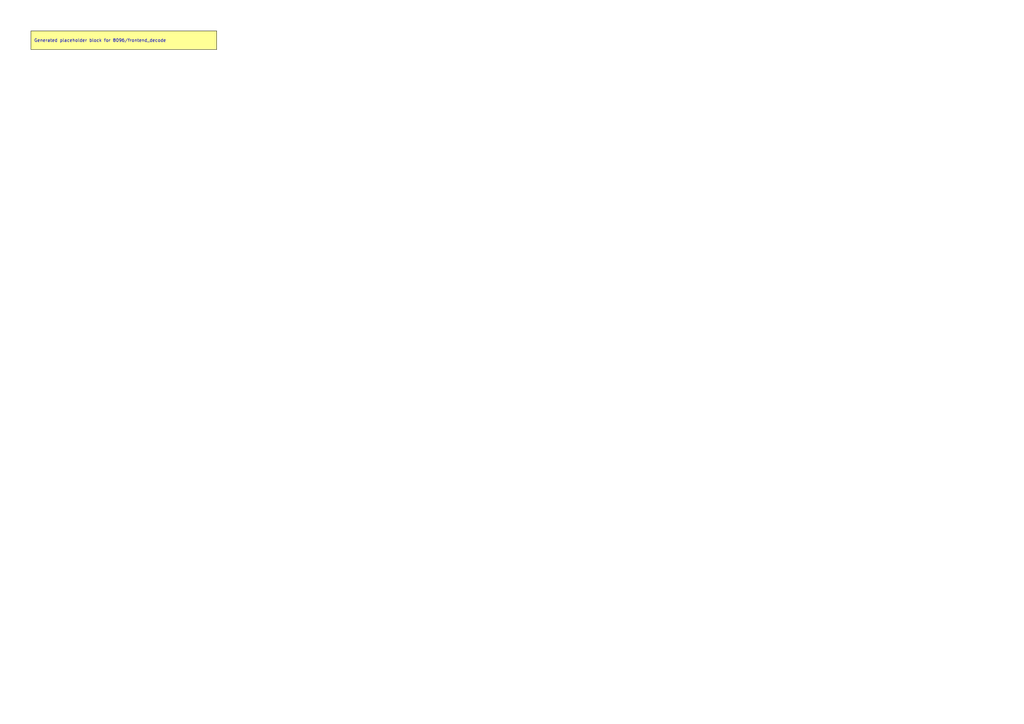
<source format=kicad_sch>
(kicad_sch
	(version 20250114)
	(generator "kicadgen")
	(generator_version "0.1")
	(uuid "8497fc24-10d5-5fa6-b1b7-f86468a772ec")
	(paper "A3")
	(title_block
		(title "8096::frontend_decode")
		(company "Project Carbon")
		(comment 1 "Generated - do not edit in generated/")
		(comment 2 "Edit in schem/kicad9/manual/ or refine mapping specs")
	)
	(lib_symbols)
	(text_box
		"Generated placeholder block for 8096/frontend_decode"
		(exclude_from_sim no)
		(at
			12.7
			12.7
			0
		)
		(size 76.2 7.62)
		(margins
			1.27
			1.27
			1.27
			1.27
		)
		(stroke
			(width 0)
			(type default)
			(color
				0
				0
				0
				1
			)
		)
		(fill
			(type color)
			(color
				255
				255
				150
				1
			)
		)
		(effects
			(font
				(size 1.27 1.27)
			)
			(justify left)
		)
		(uuid "d50fd0dd-f2a9-58c2-832b-081875c610e3")
	)
	(sheet_instances
		(path
			"/"
			(page "1")
		)
	)
	(embedded_fonts no)
)

</source>
